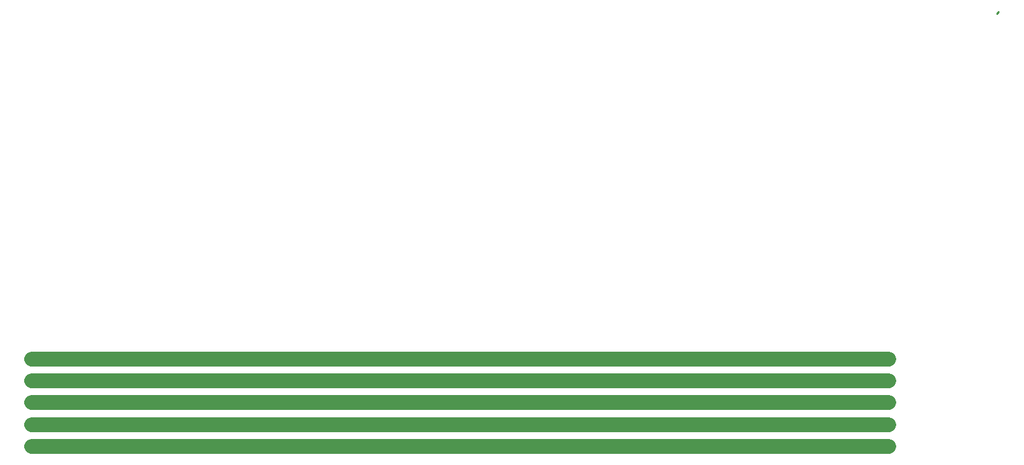
<source format=gtl>
G04*
G04 #@! TF.GenerationSoftware,Altium Limited,Altium Designer,22.2.1 (43)*
G04*
G04 Layer_Physical_Order=1*
G04 Layer_Color=255*
%FSLAX44Y44*%
%MOMM*%
G71*
G04*
G04 #@! TF.SameCoordinates,E49D3C94-D366-4065-9D49-A2DE46B5B39E*
G04*
G04*
G04 #@! TF.FilePolarity,Positive*
G04*
G01*
G75*
%ADD10C,2.0000*%
%ADD11C,0.2540*%
D10*
X30000Y150000D02*
X1200000D01*
X30000Y120000D02*
X1200000D01*
X30000Y90000D02*
X1200000D01*
X30000Y60000D02*
X1200000D01*
X30000Y30000D02*
X1200000D01*
D11*
X1347470Y622300D02*
X1350010Y624840D01*
M02*

</source>
